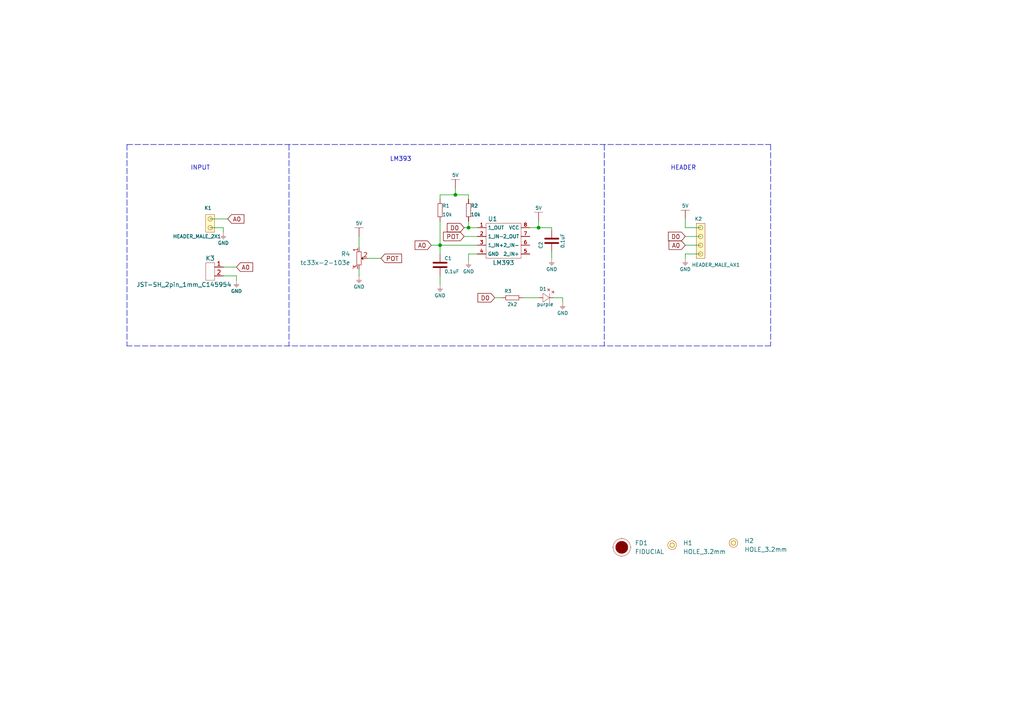
<source format=kicad_sch>
(kicad_sch (version 20210621) (generator eeschema)

  (uuid ce098e49-e3b2-44ce-bf02-d1ed7650f3a1)

  (paper "A4")

  (title_block
    (title "Simple sensor Fire")
    (date "2021-07-05")
    (rev "V1.1.1.")
    (company "SOLDERED")
    (comment 1 "333079")
  )

  (lib_symbols
    (symbol "e-radionica.com schematics:0402LED" (pin_numbers hide) (pin_names (offset 0.254) hide) (in_bom yes) (on_board yes)
      (property "Reference" "D" (id 0) (at -0.635 2.54 0)
        (effects (font (size 1 1)))
      )
      (property "Value" "0402LED" (id 1) (at 0 -2.54 0)
        (effects (font (size 1 1)))
      )
      (property "Footprint" "e-radionica.com footprinti:0402LED" (id 2) (at 0 5.08 0)
        (effects (font (size 1 1)) hide)
      )
      (property "Datasheet" "" (id 3) (at 0 0 0)
        (effects (font (size 1 1)) hide)
      )
      (property "Package" "0402" (id 4) (at 0 0 0)
        (effects (font (size 1.27 1.27)) hide)
      )
      (symbol "0402LED_0_1"
        (polyline
          (pts
            (xy -0.635 1.27)
            (xy 1.27 0)
          )
          (stroke (width 0.0006)) (fill (type none))
        )
        (polyline
          (pts
            (xy 0.635 1.905)
            (xy 1.27 2.54)
          )
          (stroke (width 0.0006)) (fill (type none))
        )
        (polyline
          (pts
            (xy 1.27 1.27)
            (xy 1.27 -1.27)
          )
          (stroke (width 0.0006)) (fill (type none))
        )
        (polyline
          (pts
            (xy 1.905 1.27)
            (xy 2.54 1.905)
          )
          (stroke (width 0.0006)) (fill (type none))
        )
        (polyline
          (pts
            (xy -0.635 1.27)
            (xy -0.635 -1.27)
            (xy 1.27 0)
          )
          (stroke (width 0.0006)) (fill (type none))
        )
        (polyline
          (pts
            (xy 1.27 2.54)
            (xy 0.635 2.54)
            (xy 1.27 1.905)
            (xy 1.27 2.54)
          )
          (stroke (width 0.0006)) (fill (type none))
        )
        (polyline
          (pts
            (xy 2.54 1.905)
            (xy 1.905 1.905)
            (xy 2.54 1.27)
            (xy 2.54 1.905)
          )
          (stroke (width 0.0006)) (fill (type none))
        )
      )
      (symbol "0402LED_1_1"
        (pin passive line (at -1.905 0 0) (length 1.27)
          (name "A" (effects (font (size 1.27 1.27))))
          (number "1" (effects (font (size 1.27 1.27))))
        )
        (pin passive line (at 2.54 0 180) (length 1.27)
          (name "K" (effects (font (size 1.27 1.27))))
          (number "2" (effects (font (size 1.27 1.27))))
        )
      )
    )
    (symbol "e-radionica.com schematics:0402R" (pin_numbers hide) (pin_names (offset 0.254)) (in_bom yes) (on_board yes)
      (property "Reference" "R" (id 0) (at -1.905 1.27 0)
        (effects (font (size 1 1)))
      )
      (property "Value" "0402R" (id 1) (at 0 -1.27 0)
        (effects (font (size 1 1)))
      )
      (property "Footprint" "e-radionica.com footprinti:0402R" (id 2) (at -2.54 1.905 0)
        (effects (font (size 1 1)) hide)
      )
      (property "Datasheet" "" (id 3) (at -2.54 1.905 0)
        (effects (font (size 1 1)) hide)
      )
      (symbol "0402R_0_1"
        (rectangle (start -1.905 -0.635) (end 1.905 -0.6604)
          (stroke (width 0.1)) (fill (type none))
        )
        (rectangle (start -1.905 0.635) (end -1.8796 -0.635)
          (stroke (width 0.1)) (fill (type none))
        )
        (rectangle (start -1.905 0.635) (end 1.905 0.6096)
          (stroke (width 0.1)) (fill (type none))
        )
        (rectangle (start 1.905 0.635) (end 1.9304 -0.635)
          (stroke (width 0.1)) (fill (type none))
        )
      )
      (symbol "0402R_1_1"
        (pin passive line (at -3.175 0 0) (length 1.27)
          (name "~" (effects (font (size 1.27 1.27))))
          (number "1" (effects (font (size 1.27 1.27))))
        )
        (pin passive line (at 3.175 0 180) (length 1.27)
          (name "~" (effects (font (size 1.27 1.27))))
          (number "2" (effects (font (size 1.27 1.27))))
        )
      )
    )
    (symbol "e-radionica.com schematics:0603C" (pin_numbers hide) (pin_names (offset 0.002)) (in_bom yes) (on_board yes)
      (property "Reference" "C" (id 0) (at -0.635 3.175 0)
        (effects (font (size 1 1)))
      )
      (property "Value" "0603C" (id 1) (at 0 -3.175 0)
        (effects (font (size 1 1)))
      )
      (property "Footprint" "e-radionica.com footprinti:0603C" (id 2) (at 0 0 0)
        (effects (font (size 1 1)) hide)
      )
      (property "Datasheet" "" (id 3) (at 0 0 0)
        (effects (font (size 1 1)) hide)
      )
      (symbol "0603C_0_1"
        (polyline
          (pts
            (xy -0.635 1.905)
            (xy -0.635 -1.905)
          )
          (stroke (width 0.5)) (fill (type none))
        )
        (polyline
          (pts
            (xy 0.635 1.905)
            (xy 0.635 -1.905)
          )
          (stroke (width 0.5)) (fill (type none))
        )
      )
      (symbol "0603C_1_1"
        (pin passive line (at -3.175 0 0) (length 2.54)
          (name "~" (effects (font (size 1.27 1.27))))
          (number "1" (effects (font (size 1.27 1.27))))
        )
        (pin passive line (at 3.175 0 180) (length 2.54)
          (name "~" (effects (font (size 1.27 1.27))))
          (number "2" (effects (font (size 1.27 1.27))))
        )
      )
    )
    (symbol "e-radionica.com schematics:0603R" (pin_numbers hide) (pin_names (offset 0.254)) (in_bom yes) (on_board yes)
      (property "Reference" "R" (id 0) (at -1.905 1.905 0)
        (effects (font (size 1 1)))
      )
      (property "Value" "0603R" (id 1) (at 0 -1.905 0)
        (effects (font (size 1 1)))
      )
      (property "Footprint" "e-radionica.com footprinti:0603R" (id 2) (at -0.635 1.905 0)
        (effects (font (size 1 1)) hide)
      )
      (property "Datasheet" "" (id 3) (at -0.635 1.905 0)
        (effects (font (size 1 1)) hide)
      )
      (symbol "0603R_0_1"
        (rectangle (start -1.905 -0.635) (end 1.905 -0.6604)
          (stroke (width 0.1)) (fill (type none))
        )
        (rectangle (start -1.905 0.635) (end -1.8796 -0.635)
          (stroke (width 0.1)) (fill (type none))
        )
        (rectangle (start -1.905 0.635) (end 1.905 0.6096)
          (stroke (width 0.1)) (fill (type none))
        )
        (rectangle (start 1.905 0.635) (end 1.9304 -0.635)
          (stroke (width 0.1)) (fill (type none))
        )
      )
      (symbol "0603R_1_1"
        (pin passive line (at -3.175 0 0) (length 1.27)
          (name "~" (effects (font (size 1.27 1.27))))
          (number "1" (effects (font (size 1.27 1.27))))
        )
        (pin passive line (at 3.175 0 180) (length 1.27)
          (name "~" (effects (font (size 1.27 1.27))))
          (number "2" (effects (font (size 1.27 1.27))))
        )
      )
    )
    (symbol "e-radionica.com schematics:5V" (power) (pin_names (offset 0)) (in_bom yes) (on_board yes)
      (property "Reference" "#PWR" (id 0) (at 4.445 0 0)
        (effects (font (size 1 1)) hide)
      )
      (property "Value" "5V" (id 1) (at 0 3.556 0)
        (effects (font (size 1 1)))
      )
      (property "Footprint" "" (id 2) (at 4.445 3.81 0)
        (effects (font (size 1 1)) hide)
      )
      (property "Datasheet" "" (id 3) (at 4.445 3.81 0)
        (effects (font (size 1 1)) hide)
      )
      (property "ki_keywords" "power-flag" (id 4) (at 0 0 0)
        (effects (font (size 1.27 1.27)) hide)
      )
      (property "ki_description" "Power symbol creates a global label with name \"+3V3\"" (id 5) (at 0 0 0)
        (effects (font (size 1.27 1.27)) hide)
      )
      (symbol "5V_0_1"
        (polyline
          (pts
            (xy -1.27 2.54)
            (xy 1.27 2.54)
          )
          (stroke (width 0.0006)) (fill (type none))
        )
        (polyline
          (pts
            (xy 0 0)
            (xy 0 2.54)
          )
          (stroke (width 0)) (fill (type none))
        )
      )
      (symbol "5V_1_1"
        (pin power_in line (at 0 0 90) (length 0) hide
          (name "5V" (effects (font (size 1.27 1.27))))
          (number "1" (effects (font (size 1.27 1.27))))
        )
      )
    )
    (symbol "e-radionica.com schematics:FIDUCIAL" (in_bom yes) (on_board yes)
      (property "Reference" "FD" (id 0) (at 0 3.81 0)
        (effects (font (size 1.27 1.27)))
      )
      (property "Value" "FIDUCIAL" (id 1) (at 0 -3.81 0)
        (effects (font (size 1.27 1.27)))
      )
      (property "Footprint" "e-radionica.com footprinti:FIDUCIAL_23" (id 2) (at 0.254 -5.334 0)
        (effects (font (size 1.27 1.27)) hide)
      )
      (property "Datasheet" "" (id 3) (at 0 0 0)
        (effects (font (size 1.27 1.27)) hide)
      )
      (symbol "FIDUCIAL_0_1"
        (circle (center 0 0) (radius 2.54) (stroke (width 0.0006)) (fill (type none)))
        (circle (center 0 0) (radius 1.7961) (stroke (width 0.001)) (fill (type outline)))
        (polyline
          (pts
            (xy -2.54 0)
            (xy -2.794 0)
          )
          (stroke (width 0.0006)) (fill (type none))
        )
        (polyline
          (pts
            (xy 0 -2.54)
            (xy 0 -2.794)
          )
          (stroke (width 0.0006)) (fill (type none))
        )
        (polyline
          (pts
            (xy 0 2.54)
            (xy 0 2.794)
          )
          (stroke (width 0.0006)) (fill (type none))
        )
        (polyline
          (pts
            (xy 2.54 0)
            (xy 2.794 0)
          )
          (stroke (width 0.0006)) (fill (type none))
        )
      )
    )
    (symbol "e-radionica.com schematics:GND" (power) (pin_names (offset 0)) (in_bom yes) (on_board yes)
      (property "Reference" "#PWR" (id 0) (at 4.445 0 0)
        (effects (font (size 1 1)) hide)
      )
      (property "Value" "GND" (id 1) (at 0 -2.921 0)
        (effects (font (size 1 1)))
      )
      (property "Footprint" "" (id 2) (at 4.445 3.81 0)
        (effects (font (size 1 1)) hide)
      )
      (property "Datasheet" "" (id 3) (at 4.445 3.81 0)
        (effects (font (size 1 1)) hide)
      )
      (property "ki_keywords" "power-flag" (id 4) (at 0 0 0)
        (effects (font (size 1.27 1.27)) hide)
      )
      (property "ki_description" "Power symbol creates a global label with name \"+3V3\"" (id 5) (at 0 0 0)
        (effects (font (size 1.27 1.27)) hide)
      )
      (symbol "GND_0_1"
        (polyline
          (pts
            (xy -0.762 -1.27)
            (xy 0.762 -1.27)
          )
          (stroke (width 0.0006)) (fill (type none))
        )
        (polyline
          (pts
            (xy -0.635 -1.524)
            (xy 0.635 -1.524)
          )
          (stroke (width 0.0006)) (fill (type none))
        )
        (polyline
          (pts
            (xy -0.381 -1.778)
            (xy 0.381 -1.778)
          )
          (stroke (width 0.0006)) (fill (type none))
        )
        (polyline
          (pts
            (xy -0.127 -2.032)
            (xy 0.127 -2.032)
          )
          (stroke (width 0.0006)) (fill (type none))
        )
        (polyline
          (pts
            (xy 0 0)
            (xy 0 -1.27)
          )
          (stroke (width 0.0006)) (fill (type none))
        )
      )
      (symbol "GND_1_1"
        (pin power_in line (at 0 0 270) (length 0) hide
          (name "GND" (effects (font (size 1.27 1.27))))
          (number "1" (effects (font (size 1.27 1.27))))
        )
      )
    )
    (symbol "e-radionica.com schematics:HEADER_MALE_2X1" (pin_numbers hide) (pin_names hide) (in_bom yes) (on_board yes)
      (property "Reference" "K" (id 0) (at -1.27 5.08 0)
        (effects (font (size 1 1)))
      )
      (property "Value" "HEADER_MALE_2X1" (id 1) (at 0 -2.54 0)
        (effects (font (size 1 1)))
      )
      (property "Footprint" "e-radionica.com footprinti:HEADER_MALE_2X1" (id 2) (at 0 0 0)
        (effects (font (size 1 1)) hide)
      )
      (property "Datasheet" "" (id 3) (at 0 0 0)
        (effects (font (size 1 1)) hide)
      )
      (symbol "HEADER_MALE_2X1_0_1"
        (circle (center 0 0) (radius 0.635) (stroke (width 0.0006)) (fill (type none)))
        (circle (center 0 2.54) (radius 0.635) (stroke (width 0.0006)) (fill (type none)))
        (rectangle (start 1.27 -1.27) (end -1.27 3.81)
          (stroke (width 0.001)) (fill (type background))
        )
      )
      (symbol "HEADER_MALE_2X1_1_1"
        (pin passive line (at 0 0 180) (length 0)
          (name "~" (effects (font (size 1 1))))
          (number "1" (effects (font (size 1 1))))
        )
        (pin passive line (at 0 2.54 180) (length 0)
          (name "~" (effects (font (size 1 1))))
          (number "2" (effects (font (size 1 1))))
        )
      )
    )
    (symbol "e-radionica.com schematics:HEADER_MALE_4X1" (pin_numbers hide) (pin_names hide) (in_bom yes) (on_board yes)
      (property "Reference" "K" (id 0) (at -0.635 7.62 0)
        (effects (font (size 1 1)))
      )
      (property "Value" "HEADER_MALE_4X1" (id 1) (at 0 -5.08 0)
        (effects (font (size 1 1)))
      )
      (property "Footprint" "e-radionica.com footprinti:HEADER_MALE_4X1" (id 2) (at 0 -2.54 0)
        (effects (font (size 1 1)) hide)
      )
      (property "Datasheet" "" (id 3) (at 0 -2.54 0)
        (effects (font (size 1 1)) hide)
      )
      (symbol "HEADER_MALE_4X1_0_1"
        (circle (center 0 -2.54) (radius 0.635) (stroke (width 0.0006)) (fill (type none)))
        (circle (center 0 0) (radius 0.635) (stroke (width 0.0006)) (fill (type none)))
        (circle (center 0 2.54) (radius 0.635) (stroke (width 0.0006)) (fill (type none)))
        (circle (center 0 5.08) (radius 0.635) (stroke (width 0.0006)) (fill (type none)))
        (rectangle (start 1.27 -3.81) (end -1.27 6.35)
          (stroke (width 0.001)) (fill (type background))
        )
      )
      (symbol "HEADER_MALE_4X1_1_1"
        (pin passive line (at 0 -2.54 180) (length 0)
          (name "~" (effects (font (size 1 1))))
          (number "1" (effects (font (size 1 1))))
        )
        (pin passive line (at 0 0 180) (length 0)
          (name "~" (effects (font (size 1 1))))
          (number "2" (effects (font (size 1 1))))
        )
        (pin passive line (at 0 2.54 180) (length 0)
          (name "~" (effects (font (size 1 1))))
          (number "3" (effects (font (size 1 1))))
        )
        (pin passive line (at 0 5.08 180) (length 0)
          (name "~" (effects (font (size 1 1))))
          (number "4" (effects (font (size 1 1))))
        )
      )
    )
    (symbol "e-radionica.com schematics:HOLE_3.2mm" (pin_numbers hide) (pin_names hide) (in_bom yes) (on_board yes)
      (property "Reference" "H" (id 0) (at 0 2.54 0)
        (effects (font (size 1.27 1.27)))
      )
      (property "Value" "HOLE_3.2mm" (id 1) (at 0 -2.54 0)
        (effects (font (size 1.27 1.27)))
      )
      (property "Footprint" "e-radionica.com footprinti:HOLE_3.2mm" (id 2) (at 0 0 0)
        (effects (font (size 1.27 1.27)) hide)
      )
      (property "Datasheet" "" (id 3) (at 0 0 0)
        (effects (font (size 1.27 1.27)) hide)
      )
      (symbol "HOLE_3.2mm_0_1"
        (circle (center 0 0) (radius 0.635) (stroke (width 0.0006)) (fill (type none)))
        (circle (center 0 0) (radius 1.27) (stroke (width 0.001)) (fill (type background)))
      )
    )
    (symbol "e-radionica.com schematics:JST-SH_2pin_1mm_C145954" (in_bom yes) (on_board yes)
      (property "Reference" "K" (id 0) (at 0 5.715 0)
        (effects (font (size 1.27 1.27)))
      )
      (property "Value" "JST-SH_2pin_1mm_C145954" (id 1) (at 0 -3.81 0)
        (effects (font (size 1.27 1.27)))
      )
      (property "Footprint" "e-radionica.com footprinti:JST-SH_2pin_1mm_C145954" (id 2) (at 0 0 0)
        (effects (font (size 1.27 1.27)) hide)
      )
      (property "Datasheet" "" (id 3) (at 0 0 0)
        (effects (font (size 1.27 1.27)) hide)
      )
      (symbol "JST-SH_2pin_1mm_C145954_0_1"
        (rectangle (start 1.27 -2.54) (end -1.27 2.54)
          (stroke (width 0.0006)) (fill (type none))
        )
      )
      (symbol "JST-SH_2pin_1mm_C145954_1_1"
        (pin passive line (at 3.81 1.27 180) (length 2.54)
          (name "" (effects (font (size 1.27 1.27))))
          (number "1" (effects (font (size 1.27 1.27))))
        )
        (pin passive line (at 3.81 -1.27 180) (length 2.54)
          (name "" (effects (font (size 1.27 1.27))))
          (number "2" (effects (font (size 1.27 1.27))))
        )
      )
    )
    (symbol "e-radionica.com schematics:LM393" (in_bom yes) (on_board yes)
      (property "Reference" "U" (id 0) (at 0 6.35 0)
        (effects (font (size 1.27 1.27)))
      )
      (property "Value" "LM393" (id 1) (at 0 -6.35 0)
        (effects (font (size 1.27 1.27)))
      )
      (property "Footprint" "e-radionica.com footprinti:SOIC−8" (id 2) (at 3.81 -2.54 0)
        (effects (font (size 1.27 1.27)) hide)
      )
      (property "Datasheet" "" (id 3) (at 3.81 -2.54 0)
        (effects (font (size 1.27 1.27)) hide)
      )
      (symbol "LM393_0_1"
        (rectangle (start -5.08 5.08) (end 5.08 -5.08)
          (stroke (width 0.0006)) (fill (type none))
        )
      )
      (symbol "LM393_1_1"
        (pin power_in line (at -7.62 3.81 0) (length 2.54)
          (name "1_OUT" (effects (font (size 1 1))))
          (number "1" (effects (font (size 1 1))))
        )
        (pin input line (at -7.62 1.27 0) (length 2.54)
          (name "1_IN-" (effects (font (size 1 1))))
          (number "2" (effects (font (size 1 1))))
        )
        (pin power_in line (at -7.62 -1.27 0) (length 2.54)
          (name "1_IN+" (effects (font (size 1 1))))
          (number "3" (effects (font (size 1 1))))
        )
        (pin passive line (at -7.62 -3.81 0) (length 2.54)
          (name "GND" (effects (font (size 1 1))))
          (number "4" (effects (font (size 1 1))))
        )
        (pin power_in line (at 7.62 -3.81 180) (length 2.54)
          (name "2_IN+" (effects (font (size 1 1))))
          (number "5" (effects (font (size 1 1))))
        )
        (pin power_in line (at 7.62 -1.27 180) (length 2.54)
          (name "2_IN-" (effects (font (size 1 1))))
          (number "6" (effects (font (size 1 1))))
        )
        (pin power_out line (at 7.62 1.27 180) (length 2.54)
          (name "2_OUT" (effects (font (size 1 1))))
          (number "7" (effects (font (size 1 1))))
        )
        (pin power_in line (at 7.62 3.81 180) (length 2.54)
          (name "VCC" (effects (font (size 1 1))))
          (number "8" (effects (font (size 1 1))))
        )
      )
    )
    (symbol "e-radionica.com schematics:tc33x-2-103e" (in_bom yes) (on_board yes)
      (property "Reference" "R" (id 0) (at -1.778 3.302 0)
        (effects (font (size 1.27 1.27)))
      )
      (property "Value" "tc33x-2-103e" (id 1) (at 0 -2.54 0)
        (effects (font (size 1.27 1.27)))
      )
      (property "Footprint" "e-radionica.com footprinti:tc33x-2-103e" (id 2) (at 0 -5.08 0)
        (effects (font (size 1.27 1.27)) hide)
      )
      (property "Datasheet" "" (id 3) (at -0.0508 -0.0508 0)
        (effects (font (size 1.27 1.27)) hide)
      )
      (symbol "tc33x-2-103e_0_1"
        (rectangle (start -1.905 -0.635) (end 1.905 -0.6604)
          (stroke (width 0.1)) (fill (type none))
        )
        (rectangle (start -1.905 0.635) (end -1.8796 -0.635)
          (stroke (width 0.1)) (fill (type none))
        )
        (rectangle (start -1.905 0.635) (end 1.905 0.6096)
          (stroke (width 0.1)) (fill (type none))
        )
        (rectangle (start 1.905 0.635) (end 1.9304 -0.635)
          (stroke (width 0.1)) (fill (type none))
        )
        (polyline
          (pts
            (xy -0.4318 1.1684)
            (xy 0.4826 1.1684)
            (xy 0 0.635)
            (xy -0.4064 1.0922)
            (xy -0.4826 1.1684)
            (xy 0 0.7874)
            (xy 0.3048 1.1176)
            (xy -0.254 1.0668)
            (xy 0.0254 0.8636)
            (xy 0.0762 1.0414)
            (xy -0.0254 0.9652)
          )
          (stroke (width 0.0006)) (fill (type none))
        )
      )
      (symbol "tc33x-2-103e_1_1"
        (pin passive line (at -3.175 0 0) (length 1.27)
          (name "~" (effects (font (size 1.27 1.27))))
          (number "1" (effects (font (size 1.27 1.27))))
        )
        (pin passive line (at 0 2.4892 270) (length 1.27)
          (name "" (effects (font (size 1.27 1.27))))
          (number "2" (effects (font (size 1.27 1.27))))
        )
        (pin passive line (at 3.175 0.0002 180) (length 1.27)
          (name "~" (effects (font (size 1.27 1.27))))
          (number "3" (effects (font (size 1.27 1.27))))
        )
      )
    )
  )

  (junction (at 127.635 71.12) (diameter 0.9144) (color 0 0 0 0))
  (junction (at 132.08 56.515) (diameter 0.9144) (color 0 0 0 0))
  (junction (at 135.89 66.04) (diameter 0.9144) (color 0 0 0 0))
  (junction (at 156.21 66.04) (diameter 0.9144) (color 0 0 0 0))

  (wire (pts (xy 60.96 63.5) (xy 66.04 63.5))
    (stroke (width 0) (type solid) (color 0 0 0 0))
    (uuid 88654dfe-2970-45ff-94ca-05738165be23)
  )
  (wire (pts (xy 60.96 66.04) (xy 64.77 66.04))
    (stroke (width 0) (type solid) (color 0 0 0 0))
    (uuid 76784cec-9597-4619-b363-5d25c31f3565)
  )
  (wire (pts (xy 64.77 66.04) (xy 64.77 67.31))
    (stroke (width 0) (type solid) (color 0 0 0 0))
    (uuid 76784cec-9597-4619-b363-5d25c31f3565)
  )
  (wire (pts (xy 64.77 77.47) (xy 68.58 77.47))
    (stroke (width 0) (type solid) (color 0 0 0 0))
    (uuid 7f0bb07d-1e87-4a35-8ed1-e34334fc98b3)
  )
  (wire (pts (xy 64.77 80.01) (xy 68.58 80.01))
    (stroke (width 0) (type solid) (color 0 0 0 0))
    (uuid b3fdd0d2-1fd3-42eb-9a99-f4a2f5856d6b)
  )
  (wire (pts (xy 68.58 80.01) (xy 68.58 81.28))
    (stroke (width 0) (type solid) (color 0 0 0 0))
    (uuid b3fdd0d2-1fd3-42eb-9a99-f4a2f5856d6b)
  )
  (wire (pts (xy 104.14 68.58) (xy 104.14 71.755))
    (stroke (width 0) (type solid) (color 0 0 0 0))
    (uuid 806a9fdb-537f-4ec6-895d-d43506ce58f5)
  )
  (wire (pts (xy 104.14 80.01) (xy 104.1402 80.01))
    (stroke (width 0) (type solid) (color 0 0 0 0))
    (uuid 81e70816-839f-488a-b66a-1a390886f7d5)
  )
  (wire (pts (xy 104.1402 78.105) (xy 104.1402 80.01))
    (stroke (width 0) (type solid) (color 0 0 0 0))
    (uuid 81e70816-839f-488a-b66a-1a390886f7d5)
  )
  (wire (pts (xy 106.6292 74.93) (xy 110.49 74.93))
    (stroke (width 0) (type solid) (color 0 0 0 0))
    (uuid f3e1cbf8-7a16-4b55-b3da-de8bee336c03)
  )
  (wire (pts (xy 125.095 71.12) (xy 127.635 71.12))
    (stroke (width 0) (type solid) (color 0 0 0 0))
    (uuid 8b14464c-d533-4699-b557-85f26f2073d2)
  )
  (wire (pts (xy 127.635 56.515) (xy 132.08 56.515))
    (stroke (width 0) (type solid) (color 0 0 0 0))
    (uuid 28692c11-b406-4f36-aeac-8f87892d3515)
  )
  (wire (pts (xy 127.635 57.785) (xy 127.635 56.515))
    (stroke (width 0) (type solid) (color 0 0 0 0))
    (uuid 77055f45-a0c0-4db7-abbd-8b7e7c2d01e0)
  )
  (wire (pts (xy 127.635 64.135) (xy 127.635 71.12))
    (stroke (width 0) (type solid) (color 0 0 0 0))
    (uuid b13e4a44-2b19-4029-8045-65e0dbe4c25b)
  )
  (wire (pts (xy 127.635 71.12) (xy 127.635 73.66))
    (stroke (width 0) (type solid) (color 0 0 0 0))
    (uuid 07d38bde-631d-429f-be2f-8c725495a05d)
  )
  (wire (pts (xy 127.635 71.12) (xy 138.43 71.12))
    (stroke (width 0) (type solid) (color 0 0 0 0))
    (uuid 67187146-e7ad-442f-8a6f-a894af6c6b11)
  )
  (wire (pts (xy 127.635 80.01) (xy 127.635 82.55))
    (stroke (width 0) (type solid) (color 0 0 0 0))
    (uuid eed3654a-435a-4c65-b05c-a292094d4506)
  )
  (wire (pts (xy 132.08 56.515) (xy 132.08 54.61))
    (stroke (width 0) (type solid) (color 0 0 0 0))
    (uuid 28692c11-b406-4f36-aeac-8f87892d3515)
  )
  (wire (pts (xy 132.08 56.515) (xy 135.89 56.515))
    (stroke (width 0) (type solid) (color 0 0 0 0))
    (uuid 94b80b5a-4272-4dd6-b709-10ce558f88c9)
  )
  (wire (pts (xy 134.62 66.04) (xy 135.89 66.04))
    (stroke (width 0) (type solid) (color 0 0 0 0))
    (uuid 3f9b912e-059c-456b-981a-dd324dd6eb0b)
  )
  (wire (pts (xy 134.62 68.58) (xy 138.43 68.58))
    (stroke (width 0) (type solid) (color 0 0 0 0))
    (uuid d5e4e989-3056-4016-9269-2cf18299ef0e)
  )
  (wire (pts (xy 135.89 56.515) (xy 135.89 57.785))
    (stroke (width 0) (type solid) (color 0 0 0 0))
    (uuid 77055f45-a0c0-4db7-abbd-8b7e7c2d01e0)
  )
  (wire (pts (xy 135.89 64.135) (xy 135.89 66.04))
    (stroke (width 0) (type solid) (color 0 0 0 0))
    (uuid 5d52f0b1-5a0c-4a9b-8c35-508a809da77f)
  )
  (wire (pts (xy 135.89 66.04) (xy 138.43 66.04))
    (stroke (width 0) (type solid) (color 0 0 0 0))
    (uuid a076e77d-6e6f-403f-9712-3f890d8b920a)
  )
  (wire (pts (xy 135.89 73.66) (xy 135.89 75.565))
    (stroke (width 0) (type solid) (color 0 0 0 0))
    (uuid 233d3b45-2cad-4209-b9c5-bbf355f7cf40)
  )
  (wire (pts (xy 138.43 73.66) (xy 135.89 73.66))
    (stroke (width 0) (type solid) (color 0 0 0 0))
    (uuid 233d3b45-2cad-4209-b9c5-bbf355f7cf40)
  )
  (wire (pts (xy 143.51 86.36) (xy 145.415 86.36))
    (stroke (width 0) (type solid) (color 0 0 0 0))
    (uuid 25d277b8-b1e7-4db7-a060-e554d026b6e3)
  )
  (wire (pts (xy 151.765 86.36) (xy 156.21 86.36))
    (stroke (width 0) (type solid) (color 0 0 0 0))
    (uuid 1d892f90-bc58-4e7a-a75d-09bfb0c93d55)
  )
  (wire (pts (xy 153.67 66.04) (xy 156.21 66.04))
    (stroke (width 0) (type solid) (color 0 0 0 0))
    (uuid cb95eb72-6361-42cb-9232-2a82cec42b3f)
  )
  (wire (pts (xy 156.21 66.04) (xy 156.21 64.135))
    (stroke (width 0) (type solid) (color 0 0 0 0))
    (uuid cb95eb72-6361-42cb-9232-2a82cec42b3f)
  )
  (wire (pts (xy 160.02 66.04) (xy 156.21 66.04))
    (stroke (width 0) (type solid) (color 0 0 0 0))
    (uuid f97024bb-ac5d-4856-bd83-d11e1e0293de)
  )
  (wire (pts (xy 160.02 66.675) (xy 160.02 66.04))
    (stroke (width 0) (type solid) (color 0 0 0 0))
    (uuid f97024bb-ac5d-4856-bd83-d11e1e0293de)
  )
  (wire (pts (xy 160.02 73.025) (xy 160.02 74.93))
    (stroke (width 0) (type solid) (color 0 0 0 0))
    (uuid 501c1a0d-44d3-4876-9cb5-dcbb6abcbcb8)
  )
  (wire (pts (xy 160.655 86.36) (xy 163.195 86.36))
    (stroke (width 0) (type solid) (color 0 0 0 0))
    (uuid 5d4c458e-9ed6-4777-93cb-e9ba8ea483c8)
  )
  (wire (pts (xy 163.195 86.36) (xy 163.195 87.63))
    (stroke (width 0) (type solid) (color 0 0 0 0))
    (uuid 5d4c458e-9ed6-4777-93cb-e9ba8ea483c8)
  )
  (wire (pts (xy 198.755 66.04) (xy 198.755 63.5))
    (stroke (width 0) (type solid) (color 0 0 0 0))
    (uuid debad1d8-6394-49ac-938f-759811741421)
  )
  (wire (pts (xy 198.755 68.58) (xy 203.2 68.58))
    (stroke (width 0) (type solid) (color 0 0 0 0))
    (uuid c82e0e45-3fbc-472d-a111-3eb5aaee77c9)
  )
  (wire (pts (xy 198.755 71.12) (xy 203.2 71.12))
    (stroke (width 0) (type solid) (color 0 0 0 0))
    (uuid 9ce10eb0-050c-4ddc-88ab-0f940d688a57)
  )
  (wire (pts (xy 198.755 73.66) (xy 198.755 74.93))
    (stroke (width 0) (type solid) (color 0 0 0 0))
    (uuid ac39c2c7-5627-4fa4-a711-d743e038e139)
  )
  (wire (pts (xy 203.2 66.04) (xy 198.755 66.04))
    (stroke (width 0) (type solid) (color 0 0 0 0))
    (uuid debad1d8-6394-49ac-938f-759811741421)
  )
  (wire (pts (xy 203.2 73.66) (xy 198.755 73.66))
    (stroke (width 0) (type solid) (color 0 0 0 0))
    (uuid ac39c2c7-5627-4fa4-a711-d743e038e139)
  )
  (polyline (pts (xy 36.83 41.91) (xy 36.83 100.33))
    (stroke (width 0) (type dash) (color 0 0 0 0))
    (uuid 89d8203e-015b-4c1f-b63b-86db4bbe5fab)
  )
  (polyline (pts (xy 36.83 41.91) (xy 223.52 41.91))
    (stroke (width 0) (type dash) (color 0 0 0 0))
    (uuid 89d8203e-015b-4c1f-b63b-86db4bbe5fab)
  )
  (polyline (pts (xy 83.82 41.91) (xy 83.82 100.33))
    (stroke (width 0) (type dash) (color 0 0 0 0))
    (uuid 39859ae8-4a88-4573-a609-0d0cf49f131c)
  )
  (polyline (pts (xy 175.26 41.91) (xy 175.26 100.33))
    (stroke (width 0) (type dash) (color 0 0 0 0))
    (uuid 362d763b-f17b-41e0-b336-1811a5f44255)
  )
  (polyline (pts (xy 223.52 41.91) (xy 223.52 100.33))
    (stroke (width 0) (type dash) (color 0 0 0 0))
    (uuid 89d8203e-015b-4c1f-b63b-86db4bbe5fab)
  )
  (polyline (pts (xy 223.52 100.33) (xy 36.83 100.33))
    (stroke (width 0) (type dash) (color 0 0 0 0))
    (uuid 89d8203e-015b-4c1f-b63b-86db4bbe5fab)
  )

  (text "INPUT" (at 60.96 49.53 180)
    (effects (font (size 1.27 1.27)) (justify right bottom))
    (uuid 708b6bc0-ccb8-45cc-bccf-2ba6b75ef779)
  )
  (text "LM393" (at 119.38 46.99 180)
    (effects (font (size 1.27 1.27)) (justify right bottom))
    (uuid 6d47bb28-ded9-4446-af7c-174ea72b72b1)
  )
  (text "HEADER" (at 201.93 49.53 180)
    (effects (font (size 1.27 1.27)) (justify right bottom))
    (uuid 28ea94d6-4e44-496a-9e9e-87dde34702bd)
  )

  (global_label "A0" (shape input) (at 66.04 63.5 0)
    (effects (font (size 1.27 1.27)) (justify left))
    (uuid dcf1e4dc-6855-4feb-bd94-c97fc57a37b4)
    (property "Intersheet References" "${INTERSHEET_REFS}" (id 0) (at 72.2752 63.4206 0)
      (effects (font (size 1.27 1.27)) (justify left) hide)
    )
  )
  (global_label "A0" (shape input) (at 68.58 77.47 0)
    (effects (font (size 1.27 1.27)) (justify left))
    (uuid f5eb4b12-7323-4e48-af82-1f435a74f995)
    (property "Intersheet References" "${INTERSHEET_REFS}" (id 0) (at 74.8152 77.3906 0)
      (effects (font (size 1.27 1.27)) (justify left) hide)
    )
  )
  (global_label "POT" (shape input) (at 110.49 74.93 0)
    (effects (font (size 1.27 1.27)) (justify left))
    (uuid d0295595-1b5f-457c-936e-e37e4e8b6ed9)
    (property "Intersheet References" "${INTERSHEET_REFS}" (id 0) (at 117.9952 74.8506 0)
      (effects (font (size 1.27 1.27)) (justify left) hide)
    )
  )
  (global_label "A0" (shape input) (at 125.095 71.12 180)
    (effects (font (size 1.27 1.27)) (justify right))
    (uuid 9f16ba21-dce6-45f9-a7f7-763001f494f6)
    (property "Intersheet References" "${INTERSHEET_REFS}" (id 0) (at 118.8598 71.0406 0)
      (effects (font (size 1.27 1.27)) (justify right) hide)
    )
  )
  (global_label "D0" (shape input) (at 134.62 66.04 180)
    (effects (font (size 1.27 1.27)) (justify right))
    (uuid 6323c043-29d3-4101-bc04-2fc46bdb005b)
    (property "Intersheet References" "${INTERSHEET_REFS}" (id 0) (at 128.2034 66.1194 0)
      (effects (font (size 1.27 1.27)) (justify right) hide)
    )
  )
  (global_label "POT" (shape input) (at 134.62 68.58 180)
    (effects (font (size 1.27 1.27)) (justify right))
    (uuid 77f49803-6723-4154-b3c5-e4a001b40c1c)
    (property "Intersheet References" "${INTERSHEET_REFS}" (id 0) (at 127.1148 68.5006 0)
      (effects (font (size 1.27 1.27)) (justify right) hide)
    )
  )
  (global_label "D0" (shape input) (at 143.51 86.36 180)
    (effects (font (size 1.27 1.27)) (justify right))
    (uuid 3f33c2b9-e8ea-4a53-aba8-fbc11335dd39)
    (property "Intersheet References" "${INTERSHEET_REFS}" (id 0) (at 137.0934 86.2806 0)
      (effects (font (size 1.27 1.27)) (justify right) hide)
    )
  )
  (global_label "D0" (shape input) (at 198.755 68.58 180)
    (effects (font (size 1.27 1.27)) (justify right))
    (uuid c6af9f6e-a5c2-46b6-bf18-123edc39fb88)
    (property "Intersheet References" "${INTERSHEET_REFS}" (id 0) (at 192.3384 68.5006 0)
      (effects (font (size 1.27 1.27)) (justify right) hide)
    )
  )
  (global_label "A0" (shape input) (at 198.755 71.12 180)
    (effects (font (size 1.27 1.27)) (justify right))
    (uuid 601ab264-037e-4376-ae9d-89fad1e79293)
    (property "Intersheet References" "${INTERSHEET_REFS}" (id 0) (at 192.5198 71.0406 0)
      (effects (font (size 1.27 1.27)) (justify right) hide)
    )
  )

  (symbol (lib_id "e-radionica.com schematics:GND") (at 64.77 67.31 0) (unit 1)
    (in_bom yes) (on_board yes)
    (uuid cac32298-bb31-40c0-9cf1-a754044132d3)
    (property "Reference" "#PWR02" (id 0) (at 69.215 67.31 0)
      (effects (font (size 1 1)) hide)
    )
    (property "Value" "GND" (id 1) (at 64.77 70.485 0)
      (effects (font (size 1 1)))
    )
    (property "Footprint" "" (id 2) (at 69.215 63.5 0)
      (effects (font (size 1 1)) hide)
    )
    (property "Datasheet" "" (id 3) (at 69.215 63.5 0)
      (effects (font (size 1 1)) hide)
    )
    (pin "1" (uuid 1674149b-52b7-45c7-b414-3e19bb9557c5))
  )

  (symbol (lib_id "e-radionica.com schematics:GND") (at 68.58 81.28 0) (unit 1)
    (in_bom yes) (on_board yes)
    (uuid 2a29e4c4-61ff-493f-b51b-b0b03011ccc6)
    (property "Reference" "#PWR01" (id 0) (at 73.025 81.28 0)
      (effects (font (size 1 1)) hide)
    )
    (property "Value" "GND" (id 1) (at 68.58 84.455 0)
      (effects (font (size 1 1)))
    )
    (property "Footprint" "" (id 2) (at 73.025 77.47 0)
      (effects (font (size 1 1)) hide)
    )
    (property "Datasheet" "" (id 3) (at 73.025 77.47 0)
      (effects (font (size 1 1)) hide)
    )
    (pin "1" (uuid 1674149b-52b7-45c7-b414-3e19bb9557c5))
  )

  (symbol (lib_id "e-radionica.com schematics:GND") (at 104.14 80.01 0) (unit 1)
    (in_bom yes) (on_board yes)
    (uuid 220ba14f-1ee9-4d13-80cd-e4c942c438ca)
    (property "Reference" "#PWR05" (id 0) (at 108.585 80.01 0)
      (effects (font (size 1 1)) hide)
    )
    (property "Value" "GND" (id 1) (at 104.14 83.185 0)
      (effects (font (size 1 1)))
    )
    (property "Footprint" "" (id 2) (at 108.585 76.2 0)
      (effects (font (size 1 1)) hide)
    )
    (property "Datasheet" "" (id 3) (at 108.585 76.2 0)
      (effects (font (size 1 1)) hide)
    )
    (pin "1" (uuid 1674149b-52b7-45c7-b414-3e19bb9557c5))
  )

  (symbol (lib_id "e-radionica.com schematics:GND") (at 127.635 82.55 0) (unit 1)
    (in_bom yes) (on_board yes)
    (uuid 774da3ff-061f-49ee-bd6a-daa348a34db9)
    (property "Reference" "#PWR06" (id 0) (at 132.08 82.55 0)
      (effects (font (size 1 1)) hide)
    )
    (property "Value" "GND" (id 1) (at 127.635 85.725 0)
      (effects (font (size 1 1)))
    )
    (property "Footprint" "" (id 2) (at 132.08 78.74 0)
      (effects (font (size 1 1)) hide)
    )
    (property "Datasheet" "" (id 3) (at 132.08 78.74 0)
      (effects (font (size 1 1)) hide)
    )
    (pin "1" (uuid 1674149b-52b7-45c7-b414-3e19bb9557c5))
  )

  (symbol (lib_id "e-radionica.com schematics:GND") (at 135.89 75.565 0) (unit 1)
    (in_bom yes) (on_board yes)
    (uuid 9e7774da-187e-4dc2-a0d7-55b7ce9fdfe8)
    (property "Reference" "#PWR08" (id 0) (at 140.335 75.565 0)
      (effects (font (size 1 1)) hide)
    )
    (property "Value" "GND" (id 1) (at 135.89 78.74 0)
      (effects (font (size 1 1)))
    )
    (property "Footprint" "" (id 2) (at 140.335 71.755 0)
      (effects (font (size 1 1)) hide)
    )
    (property "Datasheet" "" (id 3) (at 140.335 71.755 0)
      (effects (font (size 1 1)) hide)
    )
    (pin "1" (uuid 1674149b-52b7-45c7-b414-3e19bb9557c5))
  )

  (symbol (lib_id "e-radionica.com schematics:GND") (at 160.02 74.93 0) (unit 1)
    (in_bom yes) (on_board yes)
    (uuid 3d2a131b-6d0b-45bc-afc2-4b76154b78b3)
    (property "Reference" "#PWR010" (id 0) (at 164.465 74.93 0)
      (effects (font (size 1 1)) hide)
    )
    (property "Value" "GND" (id 1) (at 160.02 78.105 0)
      (effects (font (size 1 1)))
    )
    (property "Footprint" "" (id 2) (at 164.465 71.12 0)
      (effects (font (size 1 1)) hide)
    )
    (property "Datasheet" "" (id 3) (at 164.465 71.12 0)
      (effects (font (size 1 1)) hide)
    )
    (pin "1" (uuid 1674149b-52b7-45c7-b414-3e19bb9557c5))
  )

  (symbol (lib_id "e-radionica.com schematics:GND") (at 163.195 87.63 0) (unit 1)
    (in_bom yes) (on_board yes)
    (uuid e36400dd-5470-477f-a80c-c945286be895)
    (property "Reference" "#PWR011" (id 0) (at 167.64 87.63 0)
      (effects (font (size 1 1)) hide)
    )
    (property "Value" "GND" (id 1) (at 163.195 90.805 0)
      (effects (font (size 1 1)))
    )
    (property "Footprint" "" (id 2) (at 167.64 83.82 0)
      (effects (font (size 1 1)) hide)
    )
    (property "Datasheet" "" (id 3) (at 167.64 83.82 0)
      (effects (font (size 1 1)) hide)
    )
    (pin "1" (uuid 1674149b-52b7-45c7-b414-3e19bb9557c5))
  )

  (symbol (lib_id "e-radionica.com schematics:GND") (at 198.755 74.93 0) (unit 1)
    (in_bom yes) (on_board yes)
    (uuid 947e468b-5605-48b8-9569-d5c9d0b003be)
    (property "Reference" "#PWR013" (id 0) (at 203.2 74.93 0)
      (effects (font (size 1 1)) hide)
    )
    (property "Value" "GND" (id 1) (at 198.755 78.105 0)
      (effects (font (size 1 1)))
    )
    (property "Footprint" "" (id 2) (at 203.2 71.12 0)
      (effects (font (size 1 1)) hide)
    )
    (property "Datasheet" "" (id 3) (at 203.2 71.12 0)
      (effects (font (size 1 1)) hide)
    )
    (pin "1" (uuid 1674149b-52b7-45c7-b414-3e19bb9557c5))
  )

  (symbol (lib_id "e-radionica.com schematics:HOLE_3.2mm") (at 194.945 158.115 0) (unit 1)
    (in_bom yes) (on_board yes)
    (uuid 491b92a2-6d00-483b-a610-568905290c42)
    (property "Reference" "H1" (id 0) (at 198.12 157.48 0)
      (effects (font (size 1.27 1.27)) (justify left))
    )
    (property "Value" "HOLE_3.2mm" (id 1) (at 198.12 160.02 0)
      (effects (font (size 1.27 1.27)) (justify left))
    )
    (property "Footprint" "e-radionica.com footprinti:HOLE_3.2mm" (id 2) (at 194.945 158.115 0)
      (effects (font (size 1.27 1.27)) hide)
    )
    (property "Datasheet" "" (id 3) (at 194.945 158.115 0)
      (effects (font (size 1.27 1.27)) hide)
    )
  )

  (symbol (lib_id "e-radionica.com schematics:HOLE_3.2mm") (at 212.725 157.48 0) (unit 1)
    (in_bom yes) (on_board yes)
    (uuid a230c086-64d7-4c0a-850a-47d0f3c839f9)
    (property "Reference" "H2" (id 0) (at 215.9 156.845 0)
      (effects (font (size 1.27 1.27)) (justify left))
    )
    (property "Value" "HOLE_3.2mm" (id 1) (at 215.9 159.385 0)
      (effects (font (size 1.27 1.27)) (justify left))
    )
    (property "Footprint" "e-radionica.com footprinti:HOLE_3.2mm" (id 2) (at 212.725 157.48 0)
      (effects (font (size 1.27 1.27)) hide)
    )
    (property "Datasheet" "" (id 3) (at 212.725 157.48 0)
      (effects (font (size 1.27 1.27)) hide)
    )
  )

  (symbol (lib_id "e-radionica.com schematics:5V") (at 104.14 68.58 0) (unit 1)
    (in_bom yes) (on_board yes)
    (uuid 22360797-fceb-4368-9abd-0395a907e7b8)
    (property "Reference" "#PWR04" (id 0) (at 108.585 68.58 0)
      (effects (font (size 1 1)) hide)
    )
    (property "Value" "5V" (id 1) (at 104.14 64.77 0)
      (effects (font (size 1 1)))
    )
    (property "Footprint" "" (id 2) (at 108.585 64.77 0)
      (effects (font (size 1 1)) hide)
    )
    (property "Datasheet" "" (id 3) (at 108.585 64.77 0)
      (effects (font (size 1 1)) hide)
    )
    (pin "1" (uuid 339244a2-34e9-48a9-a2c4-1556fa4b4a7d))
  )

  (symbol (lib_id "e-radionica.com schematics:5V") (at 132.08 54.61 0) (unit 1)
    (in_bom yes) (on_board yes)
    (uuid bbe98b77-ae1a-4392-b28b-a0634c9f968e)
    (property "Reference" "#PWR07" (id 0) (at 136.525 54.61 0)
      (effects (font (size 1 1)) hide)
    )
    (property "Value" "5V" (id 1) (at 132.08 50.8 0)
      (effects (font (size 1 1)))
    )
    (property "Footprint" "" (id 2) (at 136.525 50.8 0)
      (effects (font (size 1 1)) hide)
    )
    (property "Datasheet" "" (id 3) (at 136.525 50.8 0)
      (effects (font (size 1 1)) hide)
    )
    (pin "1" (uuid 339244a2-34e9-48a9-a2c4-1556fa4b4a7d))
  )

  (symbol (lib_id "e-radionica.com schematics:5V") (at 156.21 64.135 0) (unit 1)
    (in_bom yes) (on_board yes)
    (uuid e7eb91b6-6398-48e4-a5cd-4ca337bca28a)
    (property "Reference" "#PWR09" (id 0) (at 160.655 64.135 0)
      (effects (font (size 1 1)) hide)
    )
    (property "Value" "5V" (id 1) (at 156.21 60.325 0)
      (effects (font (size 1 1)))
    )
    (property "Footprint" "" (id 2) (at 160.655 60.325 0)
      (effects (font (size 1 1)) hide)
    )
    (property "Datasheet" "" (id 3) (at 160.655 60.325 0)
      (effects (font (size 1 1)) hide)
    )
    (pin "1" (uuid 339244a2-34e9-48a9-a2c4-1556fa4b4a7d))
  )

  (symbol (lib_id "e-radionica.com schematics:5V") (at 198.755 63.5 0) (unit 1)
    (in_bom yes) (on_board yes)
    (uuid b951739d-1e16-4122-9d33-7cf6a73b4974)
    (property "Reference" "#PWR012" (id 0) (at 203.2 63.5 0)
      (effects (font (size 1 1)) hide)
    )
    (property "Value" "5V" (id 1) (at 198.755 59.69 0)
      (effects (font (size 1 1)))
    )
    (property "Footprint" "" (id 2) (at 203.2 59.69 0)
      (effects (font (size 1 1)) hide)
    )
    (property "Datasheet" "" (id 3) (at 203.2 59.69 0)
      (effects (font (size 1 1)) hide)
    )
    (pin "1" (uuid 339244a2-34e9-48a9-a2c4-1556fa4b4a7d))
  )

  (symbol (lib_id "e-radionica.com schematics:0603R") (at 127.635 60.96 90) (unit 1)
    (in_bom yes) (on_board yes)
    (uuid 7326e7f5-6797-4c89-ab13-3dc8514d77a0)
    (property "Reference" "R1" (id 0) (at 128.27 59.69 90)
      (effects (font (size 1 1)) (justify right))
    )
    (property "Value" "10k" (id 1) (at 128.27 62.23 90)
      (effects (font (size 1 1)) (justify right))
    )
    (property "Footprint" "e-radionica.com footprinti:0603R" (id 2) (at 125.73 61.595 0)
      (effects (font (size 1 1)) hide)
    )
    (property "Datasheet" "" (id 3) (at 125.73 61.595 0)
      (effects (font (size 1 1)) hide)
    )
    (pin "1" (uuid ac59e436-ce08-4f9f-be8d-e907e82bd897))
    (pin "2" (uuid 897ae6e7-e1c5-4b9e-80a5-1a7cf1cb45f4))
  )

  (symbol (lib_id "e-radionica.com schematics:0603R") (at 135.89 60.96 90) (unit 1)
    (in_bom yes) (on_board yes)
    (uuid 60949742-d900-466f-9d2e-c0ea37d7f8f7)
    (property "Reference" "R2" (id 0) (at 136.525 59.69 90)
      (effects (font (size 1 1)) (justify right))
    )
    (property "Value" "10k" (id 1) (at 136.525 62.23 90)
      (effects (font (size 1 1)) (justify right))
    )
    (property "Footprint" "e-radionica.com footprinti:0603R" (id 2) (at 133.985 61.595 0)
      (effects (font (size 1 1)) hide)
    )
    (property "Datasheet" "" (id 3) (at 133.985 61.595 0)
      (effects (font (size 1 1)) hide)
    )
    (pin "1" (uuid c040bf72-fb93-41e5-84db-d44dfd5f5d45))
    (pin "2" (uuid 99f29871-35bc-4c62-9dff-c0cc456a3881))
  )

  (symbol (lib_id "e-radionica.com schematics:0402R") (at 148.59 86.36 0) (unit 1)
    (in_bom yes) (on_board yes)
    (uuid 67639bcd-4748-4f3a-a476-5e762d0a12df)
    (property "Reference" "R3" (id 0) (at 147.32 84.455 0)
      (effects (font (size 1 1)))
    )
    (property "Value" "2k2" (id 1) (at 148.59 88.265 0)
      (effects (font (size 1 1)))
    )
    (property "Footprint" "e-radionica.com footprinti:0402R" (id 2) (at 146.05 84.455 0)
      (effects (font (size 1 1)) hide)
    )
    (property "Datasheet" "" (id 3) (at 146.05 84.455 0)
      (effects (font (size 1 1)) hide)
    )
    (pin "1" (uuid d0d12dba-1085-4ae0-b015-dd6220cce864))
    (pin "2" (uuid 58f23848-bf34-47ec-820d-2348eade1830))
  )

  (symbol (lib_id "e-radionica.com schematics:HEADER_MALE_2X1") (at 60.96 66.04 0) (unit 1)
    (in_bom yes) (on_board yes)
    (uuid b15d5f73-b037-4d93-857a-e8b03fdc9fae)
    (property "Reference" "K1" (id 0) (at 60.325 60.325 0)
      (effects (font (size 1 1)))
    )
    (property "Value" "HEADER_MALE_2X1" (id 1) (at 57.15 68.58 0)
      (effects (font (size 1 1)))
    )
    (property "Footprint" "e-radionica.com footprinti:HEADER_MALE_2X1" (id 2) (at 60.96 66.04 0)
      (effects (font (size 1 1)) hide)
    )
    (property "Datasheet" "" (id 3) (at 60.96 66.04 0)
      (effects (font (size 1 1)) hide)
    )
    (pin "1" (uuid dff0b7e7-25c8-4d0c-8bb7-aaf413d644e9))
    (pin "2" (uuid 4a482a48-e2e5-44bb-a499-67a3a63dc437))
  )

  (symbol (lib_id "e-radionica.com schematics:0402LED") (at 158.115 86.36 0) (unit 1)
    (in_bom yes) (on_board yes)
    (uuid a2e2b9e6-67d8-4cc9-9685-8c235d21507a)
    (property "Reference" "D1" (id 0) (at 157.48 83.82 0)
      (effects (font (size 1 1)))
    )
    (property "Value" "purple" (id 1) (at 158.115 88.265 0)
      (effects (font (size 1 1)))
    )
    (property "Footprint" "e-radionica.com footprinti:0402LED" (id 2) (at 158.115 81.28 0)
      (effects (font (size 1 1)) hide)
    )
    (property "Datasheet" "" (id 3) (at 158.115 86.36 0)
      (effects (font (size 1 1)) hide)
    )
    (property "Package" "0402" (id 4) (at 158.115 86.36 0)
      (effects (font (size 1.27 1.27)) hide)
    )
    (pin "1" (uuid 4c2ffa47-eaeb-46e8-9fe3-44dc6c150376))
    (pin "2" (uuid 590d764b-1174-4567-98d8-7fca22bfab95))
  )

  (symbol (lib_id "e-radionica.com schematics:tc33x-2-103e") (at 104.14 74.93 270) (unit 1)
    (in_bom yes) (on_board yes)
    (uuid 1cfeb147-8286-4ae5-bb8e-a59481e3ae9a)
    (property "Reference" "R4" (id 0) (at 101.6 73.66 90)
      (effects (font (size 1.27 1.27)) (justify right))
    )
    (property "Value" "tc33x-2-103e" (id 1) (at 101.6 76.2 90)
      (effects (font (size 1.27 1.27)) (justify right))
    )
    (property "Footprint" "e-radionica.com footprinti:tc33x-2-103e" (id 2) (at 99.06 74.93 0)
      (effects (font (size 1.27 1.27)) hide)
    )
    (property "Datasheet" "" (id 3) (at 104.0892 74.8792 0)
      (effects (font (size 1.27 1.27)) hide)
    )
    (pin "1" (uuid e553b724-8a27-4a07-a957-62dabefaa023))
    (pin "2" (uuid 38f1d191-c9af-416d-9388-784236797045))
    (pin "3" (uuid eff8a5d1-f8f0-4f95-a3c4-fe612d949e04))
  )

  (symbol (lib_id "e-radionica.com schematics:HEADER_MALE_4X1") (at 203.2 71.12 0) (unit 1)
    (in_bom yes) (on_board yes)
    (uuid 759d0db5-55dd-4ecc-a111-184869d42408)
    (property "Reference" "K2" (id 0) (at 202.565 63.5 0)
      (effects (font (size 1 1)))
    )
    (property "Value" "HEADER_MALE_4X1" (id 1) (at 207.645 76.835 0)
      (effects (font (size 1 1)))
    )
    (property "Footprint" "e-radionica.com footprinti:HEADER_MALE_4X1" (id 2) (at 203.2 73.66 0)
      (effects (font (size 1 1)) hide)
    )
    (property "Datasheet" "" (id 3) (at 203.2 73.66 0)
      (effects (font (size 1 1)) hide)
    )
    (pin "1" (uuid 24020740-0e29-4471-83bb-4f4d6632ad46))
    (pin "2" (uuid e97686fa-5ef3-440b-a4d1-8bcde37f0319))
    (pin "3" (uuid c01cdc85-05a2-4186-8f7a-26c479c15281))
    (pin "4" (uuid a459736b-730b-4dd8-88ea-50a766551d8b))
  )

  (symbol (lib_id "e-radionica.com schematics:JST-SH_2pin_1mm_C145954") (at 60.96 78.74 0) (unit 1)
    (in_bom yes) (on_board yes)
    (uuid 32a20f93-91aa-410a-b299-ebd11706fd09)
    (property "Reference" "K3" (id 0) (at 60.96 74.93 0))
    (property "Value" "JST-SH_2pin_1mm_C145954" (id 1) (at 53.34 82.55 0))
    (property "Footprint" "e-radionica.com footprinti:JST-SH_2pin_1mm_C145954" (id 2) (at 60.96 78.74 0)
      (effects (font (size 1.27 1.27)) hide)
    )
    (property "Datasheet" "" (id 3) (at 60.96 78.74 0)
      (effects (font (size 1.27 1.27)) hide)
    )
    (pin "1" (uuid 464a2c76-4d45-4723-a1c6-6254ca35ba31))
    (pin "2" (uuid 2f027e84-0c14-4e74-9f99-49c3c420471d))
  )

  (symbol (lib_id "e-radionica.com schematics:0603C") (at 127.635 76.835 90) (unit 1)
    (in_bom yes) (on_board yes)
    (uuid 9f7bfbc3-cf2c-4c79-80e9-c1559ad85fed)
    (property "Reference" "C1" (id 0) (at 128.905 74.93 90)
      (effects (font (size 1 1)) (justify right))
    )
    (property "Value" "0.1uF" (id 1) (at 128.905 78.74 90)
      (effects (font (size 1 1)) (justify right))
    )
    (property "Footprint" "e-radionica.com footprinti:0603C" (id 2) (at 127.635 76.835 0)
      (effects (font (size 1 1)) hide)
    )
    (property "Datasheet" "" (id 3) (at 127.635 76.835 0)
      (effects (font (size 1 1)) hide)
    )
    (pin "1" (uuid c71b57b9-54a1-4a82-8a78-5c8c643c04ff))
    (pin "2" (uuid 020d3e4b-6c98-4ed9-a59e-ac9211a6601f))
  )

  (symbol (lib_id "e-radionica.com schematics:0603C") (at 160.02 69.85 90) (unit 1)
    (in_bom yes) (on_board yes)
    (uuid d19b0fc6-f1fd-4b8a-8331-e7d8190ca12e)
    (property "Reference" "C2" (id 0) (at 156.845 71.12 0)
      (effects (font (size 1 1)))
    )
    (property "Value" "0.1uF" (id 1) (at 163.195 69.85 0)
      (effects (font (size 1 1)))
    )
    (property "Footprint" "e-radionica.com footprinti:0603C" (id 2) (at 160.02 69.85 0)
      (effects (font (size 1 1)) hide)
    )
    (property "Datasheet" "" (id 3) (at 160.02 69.85 0)
      (effects (font (size 1 1)) hide)
    )
    (pin "1" (uuid 8d8c2eb0-e19c-47a9-816e-d02c6431234f))
    (pin "2" (uuid 2b6672f5-75ff-4a7b-a30f-58b6bb1e7cad))
  )

  (symbol (lib_id "e-radionica.com schematics:FIDUCIAL") (at 180.34 158.75 0) (unit 1)
    (in_bom yes) (on_board yes)
    (uuid d09c4a05-8724-4aa2-aafe-349683d624c2)
    (property "Reference" "FD1" (id 0) (at 184.15 157.48 0)
      (effects (font (size 1.27 1.27)) (justify left))
    )
    (property "Value" "FIDUCIAL" (id 1) (at 184.15 160.02 0)
      (effects (font (size 1.27 1.27)) (justify left))
    )
    (property "Footprint" "e-radionica.com footprinti:FIDUCIAL_23" (id 2) (at 180.594 164.084 0)
      (effects (font (size 1.27 1.27)) hide)
    )
    (property "Datasheet" "" (id 3) (at 180.34 158.75 0)
      (effects (font (size 1.27 1.27)) hide)
    )
  )

  (symbol (lib_id "e-radionica.com schematics:LM393") (at 146.05 69.85 0) (unit 1)
    (in_bom yes) (on_board yes)
    (uuid b60fb28f-33e7-46e5-9586-7e7cc2f47541)
    (property "Reference" "U1" (id 0) (at 142.875 63.5 0))
    (property "Value" "LM393" (id 1) (at 146.05 76.2 0))
    (property "Footprint" "e-radionica.com footprinti:SOIC−8" (id 2) (at 149.86 72.39 0)
      (effects (font (size 1.27 1.27)) hide)
    )
    (property "Datasheet" "" (id 3) (at 149.86 72.39 0)
      (effects (font (size 1.27 1.27)) hide)
    )
    (pin "1" (uuid 9af663e0-499c-4cb9-8f5a-bff3c5d859d3))
    (pin "2" (uuid a2a8df36-3b72-403c-a72b-022735e6ff36))
    (pin "3" (uuid a83d21c6-2796-4027-867c-b33a2f93fe52))
    (pin "4" (uuid 981735b6-4737-4df7-baa4-4e92cb86355a))
    (pin "5" (uuid e62c6dfa-2e43-43db-afbb-65e397012e55))
    (pin "6" (uuid 5192c645-c18f-421b-bfe4-c019a0989ec8))
    (pin "7" (uuid eb941181-46c8-49e9-a46f-1a36835c63ce))
    (pin "8" (uuid a5779ba2-8a6b-4059-8f14-e5de5cfe4ad6))
  )

  (sheet_instances
    (path "/" (page "1"))
  )

  (symbol_instances
    (path "/2a29e4c4-61ff-493f-b51b-b0b03011ccc6"
      (reference "#PWR01") (unit 1) (value "GND") (footprint "")
    )
    (path "/cac32298-bb31-40c0-9cf1-a754044132d3"
      (reference "#PWR02") (unit 1) (value "GND") (footprint "")
    )
    (path "/22360797-fceb-4368-9abd-0395a907e7b8"
      (reference "#PWR04") (unit 1) (value "5V") (footprint "")
    )
    (path "/220ba14f-1ee9-4d13-80cd-e4c942c438ca"
      (reference "#PWR05") (unit 1) (value "GND") (footprint "")
    )
    (path "/774da3ff-061f-49ee-bd6a-daa348a34db9"
      (reference "#PWR06") (unit 1) (value "GND") (footprint "")
    )
    (path "/bbe98b77-ae1a-4392-b28b-a0634c9f968e"
      (reference "#PWR07") (unit 1) (value "5V") (footprint "")
    )
    (path "/9e7774da-187e-4dc2-a0d7-55b7ce9fdfe8"
      (reference "#PWR08") (unit 1) (value "GND") (footprint "")
    )
    (path "/e7eb91b6-6398-48e4-a5cd-4ca337bca28a"
      (reference "#PWR09") (unit 1) (value "5V") (footprint "")
    )
    (path "/3d2a131b-6d0b-45bc-afc2-4b76154b78b3"
      (reference "#PWR010") (unit 1) (value "GND") (footprint "")
    )
    (path "/e36400dd-5470-477f-a80c-c945286be895"
      (reference "#PWR011") (unit 1) (value "GND") (footprint "")
    )
    (path "/b951739d-1e16-4122-9d33-7cf6a73b4974"
      (reference "#PWR012") (unit 1) (value "5V") (footprint "")
    )
    (path "/947e468b-5605-48b8-9569-d5c9d0b003be"
      (reference "#PWR013") (unit 1) (value "GND") (footprint "")
    )
    (path "/9f7bfbc3-cf2c-4c79-80e9-c1559ad85fed"
      (reference "C1") (unit 1) (value "0.1uF") (footprint "e-radionica.com footprinti:0603C")
    )
    (path "/d19b0fc6-f1fd-4b8a-8331-e7d8190ca12e"
      (reference "C2") (unit 1) (value "0.1uF") (footprint "e-radionica.com footprinti:0603C")
    )
    (path "/a2e2b9e6-67d8-4cc9-9685-8c235d21507a"
      (reference "D1") (unit 1) (value "purple") (footprint "e-radionica.com footprinti:0402LED")
    )
    (path "/d09c4a05-8724-4aa2-aafe-349683d624c2"
      (reference "FD1") (unit 1) (value "FIDUCIAL") (footprint "e-radionica.com footprinti:FIDUCIAL_23")
    )
    (path "/491b92a2-6d00-483b-a610-568905290c42"
      (reference "H1") (unit 1) (value "HOLE_3.2mm") (footprint "e-radionica.com footprinti:HOLE_3.2mm")
    )
    (path "/a230c086-64d7-4c0a-850a-47d0f3c839f9"
      (reference "H2") (unit 1) (value "HOLE_3.2mm") (footprint "e-radionica.com footprinti:HOLE_3.2mm")
    )
    (path "/b15d5f73-b037-4d93-857a-e8b03fdc9fae"
      (reference "K1") (unit 1) (value "HEADER_MALE_2X1") (footprint "e-radionica.com footprinti:HEADER_MALE_2X1")
    )
    (path "/759d0db5-55dd-4ecc-a111-184869d42408"
      (reference "K2") (unit 1) (value "HEADER_MALE_4X1") (footprint "e-radionica.com footprinti:HEADER_MALE_4X1")
    )
    (path "/32a20f93-91aa-410a-b299-ebd11706fd09"
      (reference "K3") (unit 1) (value "JST-SH_2pin_1mm_C145954") (footprint "e-radionica.com footprinti:JST-SH_2pin_1mm_C145954")
    )
    (path "/7326e7f5-6797-4c89-ab13-3dc8514d77a0"
      (reference "R1") (unit 1) (value "10k") (footprint "e-radionica.com footprinti:0603R")
    )
    (path "/60949742-d900-466f-9d2e-c0ea37d7f8f7"
      (reference "R2") (unit 1) (value "10k") (footprint "e-radionica.com footprinti:0603R")
    )
    (path "/67639bcd-4748-4f3a-a476-5e762d0a12df"
      (reference "R3") (unit 1) (value "2k2") (footprint "e-radionica.com footprinti:0402R")
    )
    (path "/1cfeb147-8286-4ae5-bb8e-a59481e3ae9a"
      (reference "R4") (unit 1) (value "tc33x-2-103e") (footprint "e-radionica.com footprinti:tc33x-2-103e")
    )
    (path "/b60fb28f-33e7-46e5-9586-7e7cc2f47541"
      (reference "U1") (unit 1) (value "LM393") (footprint "e-radionica.com footprinti:SOIC−8")
    )
  )
)

</source>
